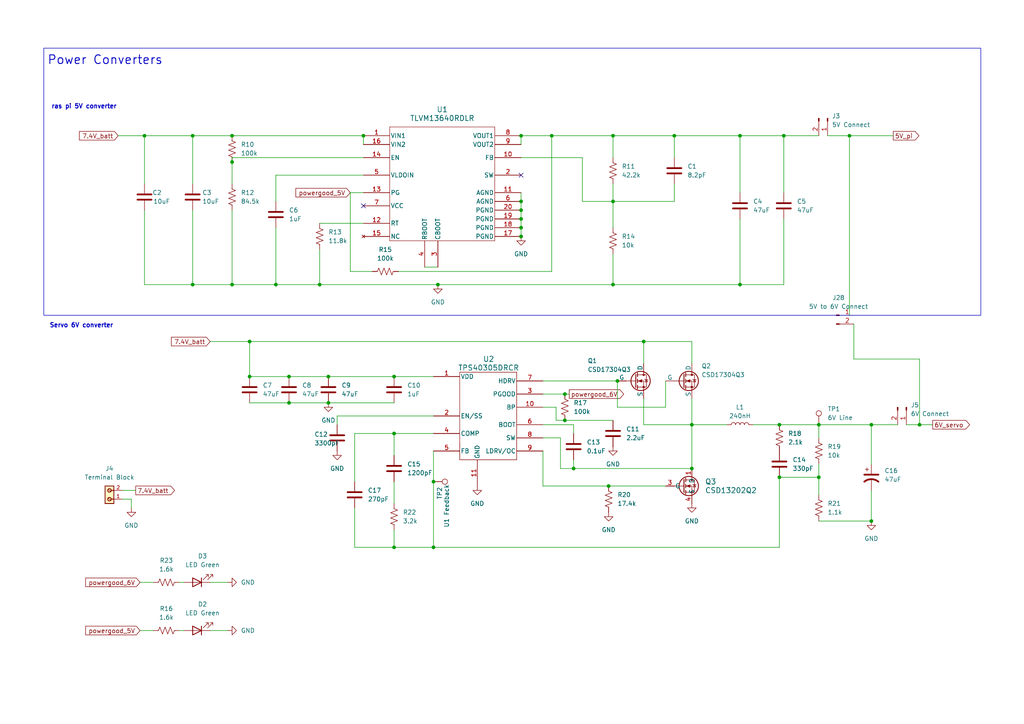
<source format=kicad_sch>
(kicad_sch (version 20231120) (generator "eeschema") (generator_version "8.0")
  (paper "A4")
  (lib_symbols
    (symbol "Alecs_Lib:CSD13202Q2" (pin_names (offset 0.254))
      (property "Reference" "Q3" (at 5.08 1.2701 0))
      (property "Value" "CSD13202Q2" (at 5.08 -1.2699 0))
      (symbol "CSD13202Q2_0_1"
        (polyline (pts (xy -1.016 0) (xy -3.81 0)))
        (polyline (pts (xy -1.016 1.905) (xy -1.016 -1.905)) (stroke (width 0.254)))
        (polyline (pts (xy -0.508 -1.27) (xy -0.508 -2.286)) (stroke (width 0.254)))
        (polyline (pts (xy -0.508 0.508) (xy -0.508 -0.508)) (stroke (width 0.254)))
        (polyline (pts (xy -0.508 2.286) (xy -0.508 1.27)) (stroke (width 0.254)))
        (polyline (pts (xy 1.27 2.54) (xy 1.27 1.778)))
        (polyline (pts (xy 1.27 -2.54) (xy 1.27 0) (xy -0.508 0)))
        (polyline (pts (xy -0.508 -1.778) (xy 2.032 -1.778) (xy 2.032 1.778) (xy -0.508 1.778)))
        (polyline (pts (xy -0.254 0) (xy 0.762 0.381) (xy 0.762 -0.381) (xy -0.254 0)) (fill (type outline)))
        (polyline (pts (xy 1.524 0.508) (xy 1.651 0.381) (xy 2.413 0.381) (xy 2.54 0.254)))
        (polyline (pts (xy 2.032 0.381) (xy 1.651 -0.254) (xy 2.413 -0.254) (xy 2.032 0.381)))
        (circle (center 0.381 0) (radius 2.794) (stroke (width 0.254)))
        (circle (center 1.27 -1.778) (radius 0.254) (fill (type outline)))
        (circle (center 1.27 1.778) (radius 0.254) (fill (type outline)))
      )
      (symbol "CSD13202Q2_1_1"
        (pin passive line (at 1.27 5.08 270) (length 2.54) (name "D") (number "1"))
        (pin passive line (at 1.27 5.08 270) (length 2.54) hide (name "D") (number "2"))
        (pin input line (at -6.35 0 0) (length 2.54) (name "G") (number "3"))
        (pin passive line (at 1.27 -5.08 90) (length 2.54) (name "S") (number "4"))
        (pin passive line (at 1.27 5.08 270) (length 2.54) hide (name "D") (number "5"))
        (pin passive line (at 1.27 5.08 270) (length 2.54) hide (name "D") (number "6"))
        (pin passive line (at 1.27 -5.08 90) (length 2.54) hide (name "S") (number "7"))
        (pin passive line (at 1.27 5.08 270) (length 2.54) hide (name "D") (number "8"))
      )
    )
    (symbol "Alecs_Lib:TLVM13640RDLR" (pin_names (offset 0.254))
      (property "Reference" "U1" (at 22.86 10.16 0))
      (property "Value" "TLVM13640RDLR" (at 22.86 7.62 0))
      (symbol "TLVM13640RDLR_0_1"
        (polyline (pts (xy 7.62 -27.94) (xy 38.1 -27.94)) (stroke (width 0.127)))
        (polyline (pts (xy 7.62 5.08) (xy 7.62 -27.94)) (stroke (width 0.127)))
        (polyline (pts (xy 38.1 -27.94) (xy 38.1 5.08)) (stroke (width 0.127)))
        (polyline (pts (xy 38.1 5.08) (xy 7.62 5.08)) (stroke (width 0.127)))
        (pin input line (at 0 2.54 0) (length 7.62) (name "VIN1") (number "1"))
        (pin unspecified line (at 45.72 -3.81 180) (length 7.62) (name "FB") (number "10"))
        (pin power_out line (at 45.72 -13.97 180) (length 7.62) (name "AGND") (number "11"))
        (pin unspecified line (at 0 -22.86 0) (length 7.62) (name "RT") (number "12"))
        (pin unspecified line (at 0 -13.97 0) (length 7.62) (name "PG") (number "13"))
        (pin unspecified line (at 0 -3.81 0) (length 7.62) (name "EN") (number "14"))
        (pin no_connect line (at 0 -26.67 0) (length 7.62) (name "NC") (number "15"))
        (pin input line (at 0 0 0) (length 7.62) (name "VIN2") (number "16"))
        (pin power_out line (at 45.72 -26.67 180) (length 7.62) (name "PGND") (number "17"))
        (pin power_out line (at 45.72 -24.13 180) (length 7.62) (name "PGND") (number "18"))
        (pin power_out line (at 45.72 -21.59 180) (length 7.62) (name "PGND") (number "19"))
        (pin unspecified line (at 45.72 -8.89 180) (length 7.62) (name "SW") (number "2"))
        (pin power_out line (at 45.72 -19.05 180) (length 7.62) (name "PGND") (number "20"))
        (pin unspecified line (at 21.59 -35.56 90) (length 7.62) (name "CBOOT") (number "3"))
        (pin unspecified line (at 17.78 -35.56 90) (length 7.62) (name "RBOOT") (number "4"))
        (pin unspecified line (at 0 -8.89 0) (length 7.62) (name "VLDOIN") (number "5"))
        (pin power_out line (at 45.72 -16.51 180) (length 7.62) (name "AGND") (number "6"))
        (pin power_in line (at 0 -17.78 0) (length 7.62) (name "VCC") (number "7"))
        (pin output line (at 45.72 2.54 180) (length 7.62) (name "VOUT1") (number "8"))
        (pin output line (at 45.72 0 180) (length 7.62) (name "VOUT2") (number "9"))
      )
    )
    (symbol "Alecs_Lib:TPS40305DRCR" (pin_names (offset 0.254))
      (property "Reference" "U2" (at 8.382 3.81 0))
      (property "Value" "TPS40305DRCR" (at 8.382 1.27 0))
      (symbol "TPS40305DRCR_0_1"
        (polyline (pts (xy 0 0) (xy 0 -20.32)) (stroke (width 0.127)))
        (pin input line (at -7.62 -1.27 0) (length 7.62) (name "VDD") (number "1"))
        (pin output line (at 24.13 -10.16 180) (length 7.62) (name "BP") (number "10"))
        (pin input line (at -7.62 -12.7 0) (length 7.62) (name "EN/SS") (number "2"))
        (pin output line (at 24.13 -6.35 180) (length 7.62) (name "PGOOD") (number "3"))
        (pin output line (at -7.62 -17.78 0) (length 7.62) (name "COMP") (number "4"))
        (pin input line (at -7.62 -22.86 0) (length 7.62) (name "FB") (number "5"))
        (pin input line (at 24.13 -15.24 180) (length 7.62) (name "BOOT") (number "6"))
        (pin output line (at 24.13 -2.54 180) (length 7.62) (name "HDRV") (number "7"))
        (pin output line (at 24.13 -19.05 180) (length 7.62) (name "SW") (number "8"))
        (pin output line (at 24.13 -22.86 180) (length 7.62) (name "LDRV/OC") (number "9"))
      )
      (symbol "TPS40305DRCR_1_1"
        (polyline (pts (xy 0 -20.32) (xy 0 -25.4)))
        (polyline (pts (xy 0 0) (xy 16.51 0) (xy 16.51 -25.4) (xy 3.81 -25.4) (xy 0 -25.4)))
        (pin output line (at 5.08 -33.02 90) (length 7.62) (name "GND") (number "11"))
      )
    )
    (symbol "Alecs_Lib:Terminal" (pin_names (offset 1.016))
      (property "Reference" "J" (at -4.88 -0.922 0))
      (property "Value" "Terminal Block" (at -4.83 -2.58 0))
      (symbol "Terminal_0_0"
        (rectangle (start -3.81 -2.54) (end 1.27 0) (stroke (width 0.254)) (fill (type background)))
        (circle (center -2.54 -1.27) (radius 0.508) (stroke (width 0.254)))
        (circle (center 0 -1.27) (radius 0.508) (stroke (width 0.254)))
        (polyline (pts (xy -2.54 -1.778) (xy -2.54 -2.54)) (stroke (width 0.254)))
        (polyline (pts (xy -2.286 -1.016) (xy -2.794 -1.524)) (stroke (width 0.1524)))
        (polyline (pts (xy 0 -1.778) (xy 0 -2.54)) (stroke (width 0.254)))
        (polyline (pts (xy 0.254 -1.016) (xy -0.254 -1.524)) (stroke (width 0.1524)))
        (pin passive line (at -2.54 -5.08 90) (length 2.54) (name "~") (number "1"))
        (pin passive line (at 0 -5.08 90) (length 2.54) (name "~") (number "2"))
      )
    )
    (symbol "Connector:Conn_01x02_Pin" (pin_names (offset 1.016) hide)
      (property "Reference" "J" (at 0 2.54 0))
      (property "Value" "Conn_01x02_Pin" (at 0 -5.08 0))
      (symbol "Conn_01x02_Pin_1_1"
        (polyline (pts (xy 1.27 -2.54) (xy 0.8636 -2.54)) (stroke (width 0.1524)))
        (polyline (pts (xy 1.27 0) (xy 0.8636 0)) (stroke (width 0.1524)))
        (rectangle (start 0.8636 -2.413) (end 0 -2.667) (stroke (width 0.1524)) (fill (type outline)))
        (rectangle (start 0.8636 0.127) (end 0 -0.127) (stroke (width 0.1524)) (fill (type outline)))
        (pin passive line (at 5.08 0 180) (length 3.81) (name "Pin_1") (number "1"))
        (pin passive line (at 5.08 -2.54 180) (length 3.81) (name "Pin_2") (number "2"))
      )
    )
    (symbol "Connector:TestPoint" (pin_numbers hide) (pin_names (offset 0.762) hide)
      (property "Reference" "TP" (at 0 6.858 0))
      (property "Value" "TestPoint" (at 0 5.08 0))
      (symbol "TestPoint_0_1"
        (circle (center 0 3.302) (radius 0.762))
      )
      (symbol "TestPoint_1_1"
        (pin passive line (at 0 0 90) (length 2.54) (name "1") (number "1"))
      )
    )
    (symbol "Device:C" (pin_numbers hide) (pin_names (offset 0.254))
      (property "Reference" "C" (at 0.635 2.54 0))
      (property "Value" "C" (at 0.635 -2.54 0))
      (symbol "C_0_1"
        (polyline (pts (xy -2.032 -0.762) (xy 2.032 -0.762)) (stroke (width 0.508)))
        (polyline (pts (xy -2.032 0.762) (xy 2.032 0.762)) (stroke (width 0.508)))
      )
      (symbol "C_1_1"
        (pin passive line (at 0 3.81 270) (length 2.794) (name "~") (number "1"))
        (pin passive line (at 0 -3.81 90) (length 2.794) (name "~") (number "2"))
      )
    )
    (symbol "Device:C_Polarized_US" (pin_numbers hide) (pin_names (offset 0.254) hide)
      (property "Reference" "C" (at 0.635 2.54 0))
      (property "Value" "C_Polarized_US" (at 0.635 -2.54 0))
      (symbol "C_Polarized_US_0_1"
        (polyline (pts (xy -2.032 0.762) (xy 2.032 0.762)) (stroke (width 0.508)))
        (polyline (pts (xy -1.778 2.286) (xy -0.762 2.286)))
        (polyline (pts (xy -1.27 1.778) (xy -1.27 2.794)))
        (arc (start 2.032 -1.27) (mid 0 -0.5572) (end -2.032 -1.27) (stroke (width 0.508)))
      )
      (symbol "C_Polarized_US_1_1"
        (pin passive line (at 0 3.81 270) (length 2.794) (name "~") (number "1"))
        (pin passive line (at 0 -3.81 90) (length 3.302) (name "~") (number "2"))
      )
    )
    (symbol "Device:L" (pin_numbers hide) (pin_names (offset 1.016) hide)
      (property "Reference" "L" (at -1.27 0 90))
      (property "Value" "L" (at 1.905 0 90))
      (symbol "L_0_1"
        (arc (start 0 -2.54) (mid 0.6323 -1.905) (end 0 -1.27))
        (arc (start 0 -1.27) (mid 0.6323 -0.635) (end 0 0))
        (arc (start 0 0) (mid 0.6323 0.635) (end 0 1.27))
        (arc (start 0 1.27) (mid 0.6323 1.905) (end 0 2.54))
      )
      (symbol "L_1_1"
        (pin passive line (at 0 3.81 270) (length 1.27) (name "1") (number "1"))
        (pin passive line (at 0 -3.81 90) (length 1.27) (name "2") (number "2"))
      )
    )
    (symbol "Device:LED" (pin_numbers hide) (pin_names (offset 1.016) hide)
      (property "Reference" "D" (at 0 2.54 0))
      (property "Value" "LED" (at 0 -2.54 0))
      (symbol "LED_0_1"
        (polyline (pts (xy -1.27 -1.27) (xy -1.27 1.27)) (stroke (width 0.254)))
        (polyline (pts (xy -1.27 0) (xy 1.27 0)))
        (polyline (pts (xy 1.27 -1.27) (xy 1.27 1.27) (xy -1.27 0) (xy 1.27 -1.27)) (stroke (width 0.254)))
        (polyline (pts (xy -3.048 -0.762) (xy -4.572 -2.286) (xy -3.81 -2.286) (xy -4.572 -2.286) (xy -4.572 -1.524)))
        (polyline (pts (xy -1.778 -0.762) (xy -3.302 -2.286) (xy -2.54 -2.286) (xy -3.302 -2.286) (xy -3.302 -1.524)))
      )
      (symbol "LED_1_1"
        (pin passive line (at -3.81 0 0) (length 2.54) (name "K") (number "1"))
        (pin passive line (at 3.81 0 180) (length 2.54) (name "A") (number "2"))
      )
    )
    (symbol "Device:R_US" (pin_numbers hide) (pin_names (offset 0))
      (property "Reference" "R" (at 2.54 0 90))
      (property "Value" "R_US" (at -2.54 0 90))
      (symbol "R_US_0_1"
        (polyline (pts (xy 0 -2.286) (xy 0 -2.54)))
        (polyline (pts (xy 0 2.286) (xy 0 2.54)))
        (polyline (pts (xy 0 -0.762) (xy 1.016 -1.143) (xy 0 -1.524) (xy -1.016 -1.905) (xy 0 -2.286)))
        (polyline (pts (xy 0 0.762) (xy 1.016 0.381) (xy 0 0) (xy -1.016 -0.381) (xy 0 -0.762)))
        (polyline (pts (xy 0 2.286) (xy 1.016 1.905) (xy 0 1.524) (xy -1.016 1.143) (xy 0 0.762)))
      )
      (symbol "R_US_1_1"
        (pin passive line (at 0 3.81 270) (length 1.27) (name "~") (number "1"))
        (pin passive line (at 0 -3.81 90) (length 1.27) (name "~") (number "2"))
      )
    )
    (symbol "NMOS_1" (pin_numbers hide) (pin_names (offset 0))
      (property "Reference" "Q1" (at -18.542 14.732 0))
      (property "Value" "CSD17304Q3" (at -18.542 12.192 0))
      (symbol "NMOS_1_0_1"
        (polyline (pts (xy 0.254 0) (xy -2.54 0)))
        (polyline (pts (xy 0.254 1.905) (xy 0.254 -1.905)) (stroke (width 0.254)))
        (polyline (pts (xy 0.762 -1.27) (xy 0.762 -2.286)) (stroke (width 0.254)))
        (polyline (pts (xy 0.762 0.508) (xy 0.762 -0.508)) (stroke (width 0.254)))
        (polyline (pts (xy 0.762 2.286) (xy 0.762 1.27)) (stroke (width 0.254)))
        (polyline (pts (xy 2.54 2.54) (xy 2.54 1.778)))
        (polyline (pts (xy 2.54 -2.54) (xy 2.54 0) (xy 0.762 0)))
        (polyline (pts (xy 0.762 -1.778) (xy 3.302 -1.778) (xy 3.302 1.778) (xy 0.762 1.778)))
        (polyline (pts (xy 1.016 0) (xy 2.032 0.381) (xy 2.032 -0.381) (xy 1.016 0)) (fill (type outline)))
        (polyline (pts (xy 2.794 0.508) (xy 2.921 0.381) (xy 3.683 0.381) (xy 3.81 0.254)))
        (polyline (pts (xy 3.302 0.381) (xy 2.921 -0.254) (xy 3.683 -0.254) (xy 3.302 0.381)))
        (circle (center 1.651 0) (radius 2.794) (stroke (width 0.254)))
        (circle (center 2.54 -1.778) (radius 0.254) (fill (type outline)))
        (circle (center 2.54 1.778) (radius 0.254) (fill (type outline)))
      )
      (symbol "NMOS_1_1_1"
        (pin passive line (at 2.54 -5.08 90) (length 2.54) (name "S") (number "1"))
        (pin passive line (at 2.54 -5.08 90) (length 2.54) hide (name "S") (number "2"))
        (pin passive line (at 2.54 -5.08 90) (length 2.54) hide (name "S") (number "3"))
        (pin input line (at -5.08 0 0) (length 2.54) (name "G") (number "4"))
        (pin passive line (at 2.54 5.08 270) (length 2.54) (name "D") (number "5"))
        (pin passive line (at 2.54 5.08 270) (length 2.54) hide (name "D") (number "6"))
        (pin passive line (at 2.54 5.08 270) (length 2.54) hide (name "D") (number "7"))
        (pin passive line (at 2.54 5.08 270) (length 2.54) hide (name "D") (number "8"))
        (pin passive line (at 2.54 5.08 270) (length 2.54) hide (name "D") (number "9"))
      )
    )
    (symbol "power:GND" (power) (pin_numbers hide) (pin_names (offset 0) hide)
      (property "Value" "GND" (at 0 -3.81 0))
      (symbol "GND_0_1"
        (polyline (pts (xy 0 0) (xy 0 -1.27) (xy 1.27 -1.27) (xy 0 -2.54) (xy -1.27 -1.27) (xy 0 -1.27)))
      )
      (symbol "GND_1_1"
        (pin power_in line (at 0 0 270) (length 0) (name "~") (number "1"))
      )
    )
  )
  (junction (at 151.13 60.96))
  (junction (at 151.13 63.5))
  (junction (at 226.06 138.43))
  (junction (at 246.38 39.37))
  (junction (at 226.06 123.19))
  (junction (at 151.13 66.04))
  (junction (at 67.31 46.99))
  (junction (at 166.37 135.89))
  (junction (at 214.63 39.37))
  (junction (at 72.39 109.22))
  (junction (at 125.73 139.7))
  (junction (at 163.83 114.3))
  (junction (at 266.7 123.19))
  (junction (at 177.8 82.55))
  (junction (at 114.3 109.22))
  (junction (at 237.49 123.19))
  (junction (at 114.3 158.75))
  (junction (at 41.91 39.37))
  (junction (at 67.31 39.37))
  (junction (at 55.88 39.37))
  (junction (at 252.73 123.19))
  (junction (at 195.58 39.37))
  (junction (at 92.71 82.55))
  (junction (at 72.39 99.06))
  (junction (at 114.3 125.73))
  (junction (at 83.82 109.22))
  (junction (at 200.66 123.19))
  (junction (at 125.73 158.75))
  (junction (at 186.69 99.06))
  (junction (at 160.02 39.37))
  (junction (at 95.25 116.84))
  (junction (at 151.13 58.42))
  (junction (at 67.31 82.55))
  (junction (at 80.01 82.55))
  (junction (at 127 82.55))
  (junction (at 177.8 58.42))
  (junction (at 200.66 135.89))
  (junction (at 95.25 109.22))
  (junction (at 179.07 110.49))
  (junction (at 214.63 82.55))
  (junction (at 176.53 140.97))
  (junction (at 163.83 121.92))
  (junction (at 237.49 138.43))
  (junction (at 55.88 82.55))
  (junction (at 151.13 68.58))
  (junction (at 252.73 151.13))
  (junction (at 177.8 39.37))
  (junction (at 105.41 39.37))
  (junction (at 227.33 39.37))
  (junction (at 83.82 116.84))
  (junction (at 151.13 39.37))
  (no_connect (at 151.13 50.8))
  (no_connect (at 105.41 59.69))
  (wire (pts (xy 168.91 58.42) (xy 177.8 58.42)))
  (wire (pts (xy 41.91 82.55) (xy 55.88 82.55)))
  (wire (pts (xy 177.8 39.37) (xy 195.58 39.37)))
  (wire (pts (xy 72.39 99.06) (xy 186.69 99.06)))
  (wire (pts (xy 262.89 123.19) (xy 266.7 123.19)))
  (wire (pts (xy 193.04 118.11) (xy 193.04 110.49)))
  (wire (pts (xy 226.06 138.43) (xy 226.06 158.75)))
  (wire (pts (xy 246.38 91.44) (xy 247.65 91.44)))
  (wire (pts (xy 114.3 125.73) (xy 125.73 125.73)))
  (wire (pts (xy 186.69 123.19) (xy 200.66 123.19)))
  (wire (pts (xy 67.31 39.37) (xy 105.41 39.37)))
  (wire (pts (xy 166.37 123.19) (xy 166.37 125.73)))
  (wire (pts (xy 151.13 58.42) (xy 151.13 60.96)))
  (wire (pts (xy 38.1 147.32) (xy 38.1 144.78)))
  (wire (pts (xy 157.48 127) (xy 162.56 127)))
  (wire (pts (xy 72.39 99.06) (xy 72.39 109.22)))
  (wire (pts (xy 200.66 123.19) (xy 210.82 123.19)))
  (wire (pts (xy 214.63 39.37) (xy 227.33 39.37)))
  (wire (pts (xy 67.31 60.96) (xy 67.31 82.55)))
  (wire (pts (xy 177.8 82.55) (xy 177.8 73.66)))
  (wire (pts (xy 177.8 58.42) (xy 195.58 58.42)))
  (wire (pts (xy 237.49 138.43) (xy 237.49 134.62)))
  (wire (pts (xy 60.96 182.88) (xy 66.04 182.88)))
  (wire (pts (xy 80.01 82.55) (xy 92.71 82.55)))
  (wire (pts (xy 161.29 118.11) (xy 161.29 121.92)))
  (wire (pts (xy 105.41 39.37) (xy 105.41 41.91)))
  (wire (pts (xy 41.91 39.37) (xy 55.88 39.37)))
  (wire (pts (xy 161.29 121.92) (xy 163.83 121.92)))
  (wire (pts (xy 123.19 77.47) (xy 127 77.47)))
  (wire (pts (xy 97.79 123.19) (xy 97.79 120.65)))
  (wire (pts (xy 179.07 110.49) (xy 179.07 118.11)))
  (wire (pts (xy 162.56 135.89) (xy 166.37 135.89)))
  (wire (pts (xy 67.31 45.72) (xy 67.31 46.99)))
  (wire (pts (xy 200.66 123.19) (xy 200.66 135.89)))
  (wire (pts (xy 105.41 55.88) (xy 101.6 55.88)))
  (wire (pts (xy 95.25 109.22) (xy 83.82 109.22)))
  (wire (pts (xy 114.3 109.22) (xy 125.73 109.22)))
  (wire (pts (xy 80.01 50.8) (xy 80.01 58.42)))
  (wire (pts (xy 186.69 99.06) (xy 200.66 99.06)))
  (wire (pts (xy 157.48 114.3) (xy 163.83 114.3)))
  (wire (pts (xy 114.3 139.7) (xy 114.3 146.05)))
  (wire (pts (xy 227.33 39.37) (xy 237.49 39.37)))
  (wire (pts (xy 266.7 104.14) (xy 266.7 123.19)))
  (wire (pts (xy 151.13 66.04) (xy 151.13 68.58)))
  (wire (pts (xy 246.38 39.37) (xy 259.08 39.37)))
  (wire (pts (xy 160.02 39.37) (xy 151.13 39.37)))
  (wire (pts (xy 67.31 82.55) (xy 55.88 82.55)))
  (wire (pts (xy 200.66 123.19) (xy 200.66 115.57)))
  (wire (pts (xy 227.33 82.55) (xy 214.63 82.55)))
  (wire (pts (xy 177.8 58.42) (xy 177.8 53.34)))
  (wire (pts (xy 157.48 140.97) (xy 176.53 140.97)))
  (wire (pts (xy 52.07 168.91) (xy 53.34 168.91)))
  (wire (pts (xy 237.49 138.43) (xy 237.49 143.51)))
  (wire (pts (xy 102.87 158.75) (xy 114.3 158.75)))
  (wire (pts (xy 166.37 135.89) (xy 200.66 135.89)))
  (wire (pts (xy 266.7 123.19) (xy 270.51 123.19)))
  (wire (pts (xy 177.8 82.55) (xy 214.63 82.55)))
  (wire (pts (xy 237.49 123.19) (xy 237.49 127)))
  (wire (pts (xy 157.48 118.11) (xy 161.29 118.11)))
  (wire (pts (xy 67.31 45.72) (xy 105.41 45.72)))
  (wire (pts (xy 55.88 39.37) (xy 67.31 39.37)))
  (wire (pts (xy 125.73 158.75) (xy 125.73 139.7)))
  (wire (pts (xy 177.8 66.04) (xy 177.8 58.42)))
  (wire (pts (xy 151.13 55.88) (xy 151.13 58.42)))
  (wire (pts (xy 226.06 158.75) (xy 125.73 158.75)))
  (wire (pts (xy 101.6 78.74) (xy 107.95 78.74)))
  (wire (pts (xy 83.82 116.84) (xy 95.25 116.84)))
  (wire (pts (xy 195.58 39.37) (xy 195.58 45.72)))
  (wire (pts (xy 67.31 53.34) (xy 67.31 46.99)))
  (wire (pts (xy 168.91 45.72) (xy 168.91 58.42)))
  (wire (pts (xy 72.39 116.84) (xy 83.82 116.84)))
  (wire (pts (xy 252.73 123.19) (xy 260.35 123.19)))
  (wire (pts (xy 105.41 50.8) (xy 80.01 50.8)))
  (wire (pts (xy 176.53 140.97) (xy 193.04 140.97)))
  (wire (pts (xy 226.06 138.43) (xy 237.49 138.43)))
  (wire (pts (xy 246.38 39.37) (xy 246.38 91.44)))
  (wire (pts (xy 67.31 82.55) (xy 80.01 82.55)))
  (wire (pts (xy 214.63 39.37) (xy 214.63 55.88)))
  (wire (pts (xy 92.71 82.55) (xy 127 82.55)))
  (wire (pts (xy 186.69 115.57) (xy 186.69 123.19)))
  (wire (pts (xy 127 82.55) (xy 177.8 82.55)))
  (wire (pts (xy 237.49 123.19) (xy 252.73 123.19)))
  (wire (pts (xy 92.71 64.77) (xy 105.41 64.77)))
  (wire (pts (xy 151.13 63.5) (xy 151.13 66.04)))
  (wire (pts (xy 52.07 182.88) (xy 53.34 182.88)))
  (wire (pts (xy 252.73 134.62) (xy 252.73 123.19)))
  (wire (pts (xy 102.87 125.73) (xy 114.3 125.73)))
  (wire (pts (xy 227.33 63.5) (xy 227.33 82.55)))
  (wire (pts (xy 163.83 114.3) (xy 165.1 114.3)))
  (wire (pts (xy 41.91 82.55) (xy 41.91 60.96)))
  (wire (pts (xy 157.48 130.81) (xy 157.48 140.97)))
  (wire (pts (xy 125.73 158.75) (xy 114.3 158.75)))
  (wire (pts (xy 252.73 151.13) (xy 252.73 142.24)))
  (wire (pts (xy 114.3 158.75) (xy 114.3 153.67)))
  (wire (pts (xy 247.65 93.98) (xy 247.65 104.14)))
  (wire (pts (xy 60.96 99.06) (xy 72.39 99.06)))
  (wire (pts (xy 151.13 45.72) (xy 168.91 45.72)))
  (wire (pts (xy 40.64 182.88) (xy 44.45 182.88)))
  (wire (pts (xy 151.13 60.96) (xy 151.13 63.5)))
  (wire (pts (xy 160.02 78.74) (xy 160.02 39.37)))
  (wire (pts (xy 40.64 168.91) (xy 44.45 168.91)))
  (wire (pts (xy 92.71 72.39) (xy 92.71 82.55)))
  (wire (pts (xy 72.39 109.22) (xy 83.82 109.22)))
  (wire (pts (xy 41.91 53.34) (xy 41.91 39.37)))
  (wire (pts (xy 102.87 158.75) (xy 102.87 147.32)))
  (wire (pts (xy 195.58 58.42) (xy 195.58 53.34)))
  (wire (pts (xy 157.48 110.49) (xy 179.07 110.49)))
  (wire (pts (xy 179.07 118.11) (xy 193.04 118.11)))
  (wire (pts (xy 95.25 116.84) (xy 114.3 116.84)))
  (wire (pts (xy 237.49 151.13) (xy 252.73 151.13)))
  (wire (pts (xy 218.44 123.19) (xy 226.06 123.19)))
  (wire (pts (xy 95.25 109.22) (xy 114.3 109.22)))
  (wire (pts (xy 227.33 39.37) (xy 227.33 55.88)))
  (wire (pts (xy 160.02 39.37) (xy 177.8 39.37)))
  (wire (pts (xy 102.87 139.7) (xy 102.87 125.73)))
  (wire (pts (xy 200.66 99.06) (xy 200.66 105.41)))
  (wire (pts (xy 38.1 144.78) (xy 35.56 144.78)))
  (wire (pts (xy 163.83 121.92) (xy 177.8 121.92)))
  (wire (pts (xy 97.79 120.65) (xy 125.73 120.65)))
  (wire (pts (xy 34.29 39.37) (xy 41.91 39.37)))
  (wire (pts (xy 166.37 133.35) (xy 166.37 135.89)))
  (wire (pts (xy 35.56 142.24) (xy 39.37 142.24)))
  (wire (pts (xy 80.01 66.04) (xy 80.01 82.55)))
  (wire (pts (xy 101.6 55.88) (xy 101.6 78.74)))
  (wire (pts (xy 114.3 132.08) (xy 114.3 125.73)))
  (wire (pts (xy 162.56 127) (xy 162.56 135.89)))
  (wire (pts (xy 195.58 39.37) (xy 214.63 39.37)))
  (wire (pts (xy 55.88 53.34) (xy 55.88 39.37)))
  (wire (pts (xy 247.65 104.14) (xy 266.7 104.14)))
  (wire (pts (xy 226.06 123.19) (xy 237.49 123.19)))
  (wire (pts (xy 186.69 99.06) (xy 186.69 105.41)))
  (wire (pts (xy 240.03 39.37) (xy 246.38 39.37)))
  (wire (pts (xy 125.73 139.7) (xy 125.73 130.81)))
  (wire (pts (xy 151.13 39.37) (xy 151.13 41.91)))
  (wire (pts (xy 55.88 82.55) (xy 55.88 60.96)))
  (wire (pts (xy 115.57 78.74) (xy 160.02 78.74)))
  (wire (pts (xy 60.96 168.91) (xy 66.04 168.91)))
  (wire (pts (xy 214.63 82.55) (xy 214.63 63.5)))
  (wire (pts (xy 177.8 39.37) (xy 177.8 45.72)))
  (wire (pts (xy 157.48 123.19) (xy 166.37 123.19)))
  (rectangle (start 12.7 13.97) (end 284.48 91.44))
  (text "Power Converters" (at 30.48 17.526 0) (effects (font (size 2.54 2.54) (thickness 0.254) (bold yes))))
  (text "ras pi 5V converter" (at 24.384 30.988 0) (effects (font (size 1.27 1.27) (thickness 0.254) (bold yes))))
  (text "Servo 6V converter" (at 23.622 94.488 0) (effects (font (size 1.27 1.27) (thickness 0.254) (bold yes))))
  (global_label "7.4V_batt" (shape input) (at 60.96 99.06 180) (property "Intersheetrefs" "${INTERSHEET_REFS}" (effects (hide yes))))
  (global_label "powergood_5V" (shape input) (at 40.64 182.88 180) (property "Intersheetrefs" "${INTERSHEET_REFS}" (effects (hide yes))))
  (global_label "powergood_6V" (shape output) (at 165.1 114.3 0) (property "Intersheetrefs" "${INTERSHEET_REFS}" (effects (hide yes))))
  (global_label "powergood_6V" (shape input) (at 40.64 168.91 180) (property "Intersheetrefs" "${INTERSHEET_REFS}" (effects (hide yes))))
  (global_label "7.4V_batt" (shape output) (at 39.37 142.24 0) (property "Intersheetrefs" "${INTERSHEET_REFS}" (effects (hide yes))))
  (global_label "powergood_5V" (shape input) (at 101.6 55.88 180) (property "Intersheetrefs" "${INTERSHEET_REFS}" (effects (hide yes))))
  (global_label "7.4V_batt" (shape input) (at 34.29 39.37 180) (property "Intersheetrefs" "${INTERSHEET_REFS}" (effects (hide yes))))
  (global_label "6V_servo" (shape output) (at 270.51 123.19 0) (property "Intersheetrefs" "${INTERSHEET_REFS}" (effects (hide yes))))
  (global_label "5V_pi" (shape output) (at 259.08 39.37 0) (property "Intersheetrefs" "${INTERSHEET_REFS}" (effects (hide yes))))
  (symbol (lib_name "NMOS_1") (lib_id "Simulation_SPICE:NMOS") (at 184.15 110.49 0) (unit 1)
    (property "Reference" "Q1" (at 170.434 104.648 0) (effects (justify left)))
    (property "Value" "CSD17304Q3" (at 170.434 107.188 0) (effects (justify left)))
    (property "Footprint" "Spiderbot:8VSON" (effects (hide yes)))
    (property "Datasheet" "https://www.ti.com/general/docs/suppproductinfo.tsp?distId=10&gotoUrl=https%3A%2F%2Fwww.ti.com%2Flit%2Fgpn%2Fcsd17304q3" (effects (hide yes)))
    (property "Description" "N-MOSFET transistor, drain/source/gate" (effects (hide yes)))
    (property "Sim.Device" "NMOS" (effects (hide yes)))
    (property "Sim.Type" "VDMOS" (effects (hide yes)))
    (property "Sim.Pins" "1=D 2=G 3=S" (effects (hide yes)))
    (property "PART-NUMBER" "CSD17304Q3" (effects (hide yes)))
  )
  (symbol (lib_id "Device:R_US") (at 177.8 49.53 0) (unit 1)
    (property "Reference" "R11" (at 180.34 48.2599 0) (effects (justify left)))
    (property "Value" "42.2k" (at 180.34 50.7999 0) (effects (justify left)))
    (property "Footprint" "Resistor_SMD:R_0603_1608Metric_Pad0.98x0.95mm_HandSolder" (effects (hide yes)))
    (property "Description" "Resistor, US symbol" (effects (hide yes)))
    (property "PART-NUMBER" "CRCW060342K2FKEA" (effects (hide yes)))
  )
  (symbol (lib_id "Device:R_US") (at 48.26 182.88 90) (unit 1)
    (property "Reference" "R16" (at 48.26 176.53 90))
    (property "Value" "1.6k" (at 48.26 179.07 90))
    (property "Footprint" "Resistor_SMD:R_0603_1608Metric_Pad0.98x0.95mm_HandSolder" (effects (hide yes)))
    (property "Description" "Resistor, US symbol" (effects (hide yes)))
    (property "PART-NUMBER" "541-5237-1-ND" (effects (hide yes)))
  )
  (symbol (lib_id "power:GND") (at 66.04 168.91 90) (unit 1)
    (property "Reference" "#PWR023" (effects (hide yes)))
    (property "Value" "GND" (at 69.85 168.9099 90) (effects (justify right)))
    (property "Description" "Power symbol creates a global label with name \"GND\" , ground" (effects (hide yes)))
  )
  (symbol (lib_id "Connector:Conn_01x02_Pin") (at 262.89 118.11 270) (unit 1)
    (property "Reference" "J5" (at 264.16 117.4749 90) (effects (justify left)))
    (property "Value" "6V Connect" (at 264.16 120.0149 90) (effects (justify left)))
    (property "Footprint" "Connector_PinSocket_2.54mm:PinSocket_1x02_P2.54mm_Vertical" (effects (hide yes)))
    (property "Description" "Generic connector, single row, 01x02, script generated" (effects (hide yes)))
    (property "PART-NUMBER" "M20-9990245" (effects (hide yes)))
  )
  (symbol (lib_id "Connector:Conn_01x02_Pin") (at 242.57 91.44 0) (unit 1)
    (property "Reference" "J28" (at 243.205 86.36 0))
    (property "Value" "5V to 6V Connect" (at 243.205 88.9 0))
    (property "Footprint" "Connector_PinSocket_2.54mm:PinSocket_1x02_P2.54mm_Vertical" (effects (hide yes)))
    (property "Description" "Generic connector, single row, 01x02, script generated" (effects (hide yes)))
    (property "PART-NUMBER" "M20-9990245" (effects (hide yes)))
  )
  (symbol (lib_id "Alecs_Lib:TLVM13640RDLR") (at 105.41 41.91 0) (unit 1)
    (property "Reference" "U1" (at 128.27 31.75 0) (effects (font (size 1.524 1.524))))
    (property "Value" "TLVM13640RDLR" (at 128.27 34.29 0) (effects (font (size 1.524 1.524))))
    (property "Footprint" "Spiderbot:B3QFN20_RDL_TEX" (effects (hide yes)))
    (property "Datasheet" "https://www.ti.com/lit/ds/symlink/tlvm13640.pdf?ts=1694766975067" (effects (hide yes)))
    (property "PART-NUMBER" "TLVM13640RDLR" (effects (hide yes)))
  )
  (symbol (lib_id "Device:L") (at 214.63 123.19 90) (unit 1)
    (property "Reference" "L1" (at 214.63 118.11 90))
    (property "Value" "240nH" (at 214.63 120.65 90))
    (property "Footprint" "Spiderbot:IND_IHLP-4040DZ_VIS" (effects (hide yes)))
    (property "Description" "Inductor" (effects (hide yes)))
    (property "PART-NUMBER" "IHLP4040DZERR24M11" (effects (hide yes)))
  )
  (symbol (lib_id "Device:R_US") (at 177.8 69.85 0) (unit 1)
    (property "Reference" "R14" (at 180.34 68.5799 0) (effects (justify left)))
    (property "Value" "10k" (at 180.34 71.1199 0) (effects (justify left)))
    (property "Footprint" "Resistor_SMD:R_0603_1608Metric_Pad0.98x0.95mm_HandSolder" (effects (hide yes)))
    (property "Description" "Resistor, US symbol" (effects (hide yes)))
    (property "PART-NUMBER" "CPF0603F10KC1" (effects (hide yes)))
  )
  (symbol (lib_id "Device:C") (at 72.39 113.03 0) (unit 1)
    (property "Reference" "C7" (at 76.2 111.7599 0) (effects (justify left)))
    (property "Value" "47uF" (at 76.2 114.2999 0) (effects (justify left)))
    (property "Footprint" "Capacitor_SMD:C_1210_3225Metric_Pad1.33x2.70mm_HandSolder" (effects (hide yes)))
    (property "Description" "Unpolarized capacitor" (effects (hide yes)))
    (property "PART-NUMBER" "GRM32ER61C476KE15L" (effects (hide yes)))
  )
  (symbol (lib_id "Device:R_US") (at 48.26 168.91 90) (unit 1)
    (property "Reference" "R23" (at 48.26 162.56 90))
    (property "Value" "1.6k" (at 48.26 165.1 90))
    (property "Footprint" "Resistor_SMD:R_0603_1608Metric_Pad0.98x0.95mm_HandSolder" (effects (hide yes)))
    (property "Description" "Resistor, US symbol" (effects (hide yes)))
    (property "PART-NUMBER" "541-5237-1-ND" (effects (hide yes)))
  )
  (symbol (lib_id "Device:R_US") (at 163.83 118.11 0) (unit 1)
    (property "Reference" "R17" (at 166.37 116.8399 0) (effects (justify left)))
    (property "Value" "100k" (at 166.37 119.3799 0) (effects (justify left)))
    (property "Footprint" "Resistor_SMD:R_0603_1608Metric_Pad0.98x0.95mm_HandSolder" (effects (hide yes)))
    (property "Description" "Resistor, US symbol" (effects (hide yes)))
    (property "PART-NUMBER" "CPF0603F100KC1" (effects (hide yes)))
  )
  (symbol (lib_id "power:GND") (at 66.04 182.88 90) (unit 1)
    (property "Reference" "#PWR063" (effects (hide yes)))
    (property "Value" "GND" (at 69.85 182.8799 90) (effects (justify right)))
    (property "Description" "Power symbol creates a global label with name \"GND\" , ground" (effects (hide yes)))
  )
  (symbol (lib_id "Alecs_Lib:CSD13202Q2") (at 199.39 140.97 0) (unit 1)
    (property "Reference" "Q3" (at 204.47 139.6999 0) (effects (font (size 1.524 1.524)) (justify left)))
    (property "Value" "CSD13202Q2" (at 204.47 142.2399 0) (effects (font (size 1.524 1.524)) (justify left)))
    (property "Footprint" "Spiderbot:Q2_SON6_TEX" (effects (hide yes)))
    (property "Datasheet" "https://www.ti.com/lit/ds/symlink/csd13202q2.pdf?HQS=dis-dk-null-digikeymode-dsf-pf-null-wwe&ts=1732337581853&ref_url=https%253A%252F%252Fwww.ti.com%252Fgeneral%252Fdocs%252Fsuppproductinfo.tsp%253FdistId%253D10%2526gotoUrl%253Dhttps%253A%252F%252Fwww.ti.com%252Flit%252Fgpn%252Fcsd13202q2" (effects (hide yes)))
    (property "PART-NUMBER" "CSD13202Q2" (effects (hide yes)))
  )
  (symbol (lib_id "Device:C") (at 95.25 113.03 0) (unit 1)
    (property "Reference" "C9" (at 99.06 111.7599 0) (effects (justify left)))
    (property "Value" "47uF" (at 99.06 114.2999 0) (effects (justify left)))
    (property "Footprint" "Capacitor_SMD:C_1210_3225Metric_Pad1.33x2.70mm_HandSolder" (effects (hide yes)))
    (property "Description" "Unpolarized capacitor" (effects (hide yes)))
    (property "PART-NUMBER" "GRM32ER61C476KE15L" (effects (hide yes)))
  )
  (symbol (lib_id "Device:C_Polarized_US") (at 252.73 138.43 0) (unit 1)
    (property "Reference" "C16" (at 256.54 136.5249 0) (effects (justify left)))
    (property "Value" "47uF" (at 256.54 139.0649 0) (effects (justify left)))
    (property "Footprint" "Spiderbot:PCAP_TPE_B2_PAN_1411" (effects (hide yes)))
    (property "Description" "Polarized capacitor, US symbol" (effects (hide yes)))
    (property "PART-NUMBER" "10TPE47MAZB" (effects (hide yes)))
  )
  (symbol (lib_id "Device:R_US") (at 67.31 43.18 0) (unit 1)
    (property "Reference" "R10" (at 69.85 41.9099 0) (effects (justify left)))
    (property "Value" "100k" (at 69.85 44.4499 0) (effects (justify left)))
    (property "Footprint" "Resistor_SMD:R_0603_1608Metric_Pad0.98x0.95mm_HandSolder" (effects (hide yes)))
    (property "Description" "Resistor, US symbol" (effects (hide yes)))
    (property "PART-NUMBER" "CPF0603F100KC1" (effects (hide yes)))
  )
  (symbol (lib_name "NMOS_1") (lib_id "Simulation_SPICE:NMOS") (at 198.12 110.49 0) (unit 1)
    (property "Reference" "Q2" (at 203.454 106.172 0) (effects (justify left)))
    (property "Value" "CSD17304Q3" (at 203.454 108.712 0) (effects (justify left)))
    (property "Footprint" "Spiderbot:8VSON" (effects (hide yes)))
    (property "Datasheet" "https://www.ti.com/general/docs/suppproductinfo.tsp?distId=10&gotoUrl=https%3A%2F%2Fwww.ti.com%2Flit%2Fgpn%2Fcsd17304q3" (effects (hide yes)))
    (property "Description" "N-MOSFET transistor, drain/source/gate" (effects (hide yes)))
    (property "Sim.Device" "NMOS" (effects (hide yes)))
    (property "Sim.Type" "VDMOS" (effects (hide yes)))
    (property "Sim.Pins" "1=D 2=G 3=S" (effects (hide yes)))
    (property "PART-NUMBER" "CSD17304Q3" (effects (hide yes)))
  )
  (symbol (lib_id "Device:C") (at 226.06 134.62 0) (unit 1)
    (property "Reference" "C14" (at 229.87 133.3499 0) (effects (justify left)))
    (property "Value" "330pF" (at 229.87 135.8899 0) (effects (justify left)))
    (property "Footprint" "Capacitor_SMD:C_0603_1608Metric_Pad1.08x0.95mm_HandSolder" (effects (hide yes)))
    (property "Description" "Unpolarized capacitor" (effects (hide yes)))
    (property "PART-NUMBER" "CC0603KRX7R9BB331" (effects (hide yes)))
  )
  (symbol (lib_id "Device:R_US") (at 176.53 144.78 0) (unit 1)
    (property "Reference" "R20" (at 179.07 143.5099 0) (effects (justify left)))
    (property "Value" "17.4k" (at 179.07 146.0499 0) (effects (justify left)))
    (property "Footprint" "Resistor_SMD:R_0402_1005Metric_Pad0.72x0.64mm_HandSolder" (effects (hide yes)))
    (property "Description" "Resistor, US symbol" (effects (hide yes)))
    (property "PART-NUMBER" "CRCW040217K4FKED" (effects (hide yes)))
  )
  (symbol (lib_id "power:GND") (at 127 82.55 0) (unit 1)
    (property "Reference" "#PWR014" (effects (hide yes)))
    (property "Value" "GND" (at 127 87.63 0))
    (property "Description" "Power symbol creates a global label with name \"GND\" , ground" (effects (hide yes)))
  )
  (symbol (lib_id "Device:C") (at 80.01 62.23 0) (unit 1)
    (property "Reference" "C6" (at 83.82 60.9599 0) (effects (justify left)))
    (property "Value" "1uF" (at 83.82 63.4999 0) (effects (justify left)))
    (property "Footprint" "Capacitor_SMD:C_0603_1608Metric_Pad1.08x0.95mm_HandSolder" (effects (hide yes)))
    (property "Description" "Unpolarized capacitor" (effects (hide yes)))
    (property "PART-NUMBER" "GRM188R60J105KA01D" (effects (hide yes)))
  )
  (symbol (lib_id "Device:C") (at 227.33 59.69 0) (unit 1)
    (property "Reference" "C5" (at 231.14 58.4199 0) (effects (justify left)))
    (property "Value" "47uF" (at 231.14 60.9599 0) (effects (justify left)))
    (property "Footprint" "Capacitor_SMD:C_1210_3225Metric_Pad1.33x2.70mm_HandSolder" (effects (hide yes)))
    (property "Description" "Unpolarized capacitor" (effects (hide yes)))
    (property "PART-NUMBER" "GRM32ER61C476KE15L" (effects (hide yes)))
  )
  (symbol (lib_id "Device:LED") (at 57.15 182.88 180) (unit 1)
    (property "Reference" "D2" (at 58.7375 175.26 0))
    (property "Value" "LED Green" (at 58.7375 177.8 0))
    (property "Footprint" "LED_SMD:LED_0603_1608Metric_Pad1.05x0.95mm_HandSolder" (effects (hide yes)))
    (property "Description" "Light emitting diode" (effects (hide yes)))
    (property "Link" "https://www.digikey.com/en/products/detail/sunled/XZCM2CRK53WA-8VF/10449772" (effects (hide yes)))
    (property "PART-NUMBER" "1497-XZCDGK53W-8VFCT-ND" (effects (hide yes)))
  )
  (symbol (lib_id "Device:LED") (at 57.15 168.91 180) (unit 1)
    (property "Reference" "D3" (at 58.7375 161.29 0))
    (property "Value" "LED Green" (at 58.7375 163.83 0))
    (property "Footprint" "LED_SMD:LED_0603_1608Metric_Pad1.05x0.95mm_HandSolder" (effects (hide yes)))
    (property "Description" "Light emitting diode" (effects (hide yes)))
    (property "Link" "https://www.digikey.com/en/products/detail/sunled/XZCM2CRK53WA-8VF/10449772" (effects (hide yes)))
    (property "PART-NUMBER" "1497-XZCDGK53W-8VFCT-ND" (effects (hide yes)))
  )
  (symbol (lib_id "power:GND") (at 177.8 129.54 0) (unit 1)
    (property "Reference" "#PWR017" (effects (hide yes)))
    (property "Value" "GND" (at 177.8 134.62 0))
    (property "Description" "Power symbol creates a global label with name \"GND\" , ground" (effects (hide yes)))
  )
  (symbol (lib_id "Device:R_US") (at 226.06 127 0) (unit 1)
    (property "Reference" "R18" (at 228.6 125.7299 0) (effects (justify left)))
    (property "Value" "2.1k" (at 228.6 128.2699 0) (effects (justify left)))
    (property "Footprint" "Resistor_SMD:R_0603_1608Metric_Pad0.98x0.95mm_HandSolder" (effects (hide yes)))
    (property "Description" "Resistor, US symbol" (effects (hide yes)))
    (property "PART-NUMBER" "RMCF0603FT2K10" (effects (hide yes)))
  )
  (symbol (lib_id "Device:C") (at 41.91 57.15 0) (unit 1)
    (property "Reference" "C2" (at 44.196 55.88 0) (effects (justify left)))
    (property "Value" "10uF" (at 44.45 58.4199 0) (effects (justify left)))
    (property "Footprint" "Capacitor_SMD:C_1210_3225Metric_Pad1.33x2.70mm_HandSolder" (effects (hide yes)))
    (property "Description" "Unpolarized capacitor" (effects (hide yes)))
    (property "PART-NUMBER" "C3225X7R1H106M250AC" (effects (hide yes)))
  )
  (symbol (lib_id "Device:C") (at 55.88 57.15 0) (unit 1)
    (property "Reference" "C3" (at 58.674 55.88 0) (effects (justify left)))
    (property "Value" "10uF" (at 58.674 58.42 0) (effects (justify left)))
    (property "Footprint" "Capacitor_SMD:C_1210_3225Metric_Pad1.33x2.70mm_HandSolder" (effects (hide yes)))
    (property "Description" "Unpolarized capacitor" (effects (hide yes)))
    (property "PART-NUMBER" "C3225X7R1H106M250AC" (effects (hide yes)))
  )
  (symbol (lib_id "Device:R_US") (at 92.71 68.58 0) (unit 1)
    (property "Reference" "R13" (at 95.25 67.3099 0) (effects (justify left)))
    (property "Value" "11.8k" (at 95.25 69.8499 0) (effects (justify left)))
    (property "Footprint" "Resistor_SMD:R_0603_1608Metric_Pad0.98x0.95mm_HandSolder" (effects (hide yes)))
    (property "Description" "Resistor, US symbol" (effects (hide yes)))
    (property "PART-NUMBER" "CPF0603F11K8C1" (effects (hide yes)))
  )
  (symbol (lib_id "Device:C") (at 114.3 113.03 0) (unit 1)
    (property "Reference" "C10" (at 118.11 111.7599 0) (effects (justify left)))
    (property "Value" "1uF" (at 118.11 114.2999 0) (effects (justify left)))
    (property "Footprint" "Capacitor_SMD:C_0805_2012Metric_Pad1.18x1.45mm_HandSolder" (effects (hide yes)))
    (property "Description" "Unpolarized capacitor" (effects (hide yes)))
    (property "PART-NUMBER" "TMK212BJ105KG-T" (effects (hide yes)))
  )
  (symbol (lib_id "power:GND") (at 97.79 130.81 0) (unit 1)
    (property "Reference" "#PWR018" (effects (hide yes)))
    (property "Value" "GND" (at 97.79 135.89 0))
    (property "Description" "Power symbol creates a global label with name \"GND\" , ground" (effects (hide yes)))
  )
  (symbol (lib_id "Connector:Conn_01x02_Pin") (at 240.03 34.29 270) (unit 1)
    (property "Reference" "J3" (at 241.3 33.6549 90) (effects (justify left)))
    (property "Value" "5V Connect" (at 241.3 36.1949 90) (effects (justify left)))
    (property "Footprint" "Connector_PinSocket_2.54mm:PinSocket_1x02_P2.54mm_Vertical" (effects (hide yes)))
    (property "Description" "Generic connector, single row, 01x02, script generated" (effects (hide yes)))
    (property "PART-NUMBER" "M20-9990245" (effects (hide yes)))
  )
  (symbol (lib_id "Device:C") (at 102.87 143.51 0) (unit 1)
    (property "Reference" "C17" (at 106.68 142.2399 0) (effects (justify left)))
    (property "Value" "270pF" (at 106.68 144.7799 0) (effects (justify left)))
    (property "Footprint" "Capacitor_SMD:C_0603_1608Metric_Pad1.08x0.95mm_HandSolder" (effects (hide yes)))
    (property "Description" "Unpolarized capacitor" (effects (hide yes)))
    (property "PART-NUMBER" "CL10C271JB81PNC" (effects (hide yes)))
  )
  (symbol (lib_id "Device:C") (at 166.37 129.54 0) (unit 1)
    (property "Reference" "C13" (at 170.18 128.2699 0) (effects (justify left)))
    (property "Value" "0.1uF" (at 170.18 130.8099 0) (effects (justify left)))
    (property "Footprint" "Capacitor_SMD:C_0603_1608Metric_Pad1.08x0.95mm_HandSolder" (effects (hide yes)))
    (property "Description" "Unpolarized capacitor" (effects (hide yes)))
    (property "PART-NUMBER" "C0603C104M3VACTU" (effects (hide yes)))
  )
  (symbol (lib_id "Device:C") (at 114.3 135.89 0) (unit 1)
    (property "Reference" "C15" (at 118.11 134.6199 0) (effects (justify left)))
    (property "Value" "1200pF" (at 118.11 137.1599 0) (effects (justify left)))
    (property "Footprint" "Capacitor_SMD:C_0805_2012Metric_Pad1.18x1.45mm_HandSolder" (effects (hide yes)))
    (property "Description" "Unpolarized capacitor" (effects (hide yes)))
    (property "PART-NUMBER" "C2012C0G1H122J060AA" (effects (hide yes)))
  )
  (symbol (lib_id "power:GND") (at 176.53 148.59 0) (unit 1)
    (property "Reference" "#PWR021" (effects (hide yes)))
    (property "Value" "GND" (at 176.53 153.67 0))
    (property "Description" "Power symbol creates a global label with name \"GND\" , ground" (effects (hide yes)))
  )
  (symbol (lib_id "power:GND") (at 38.1 147.32 0) (unit 1)
    (property "Reference" "#PWR015" (effects (hide yes)))
    (property "Value" "GND" (at 38.1 152.4 0))
    (property "Description" "Power symbol creates a global label with name \"GND\" , ground" (effects (hide yes)))
  )
  (symbol (lib_id "Device:R_US") (at 114.3 149.86 0) (unit 1)
    (property "Reference" "R22" (at 116.84 148.5899 0) (effects (justify left)))
    (property "Value" "3.2k" (at 116.84 151.1299 0) (effects (justify left)))
    (property "Footprint" "Capacitor_SMD:C_0805_2012Metric_Pad1.18x1.45mm_HandSolder" (effects (hide yes)))
    (property "Description" "Resistor, US symbol" (effects (hide yes)))
    (property "PART-NUMBER" "TNPW08053K20BEEA" (effects (hide yes)))
  )
  (symbol (lib_id "Device:C") (at 83.82 113.03 0) (unit 1)
    (property "Reference" "C8" (at 87.63 111.7599 0) (effects (justify left)))
    (property "Value" "47uF" (at 87.63 114.2999 0) (effects (justify left)))
    (property "Footprint" "Capacitor_SMD:C_1210_3225Metric_Pad1.33x2.70mm_HandSolder" (effects (hide yes)))
    (property "Description" "Unpolarized capacitor" (effects (hide yes)))
    (property "PART-NUMBER" "GRM32ER61C476KE15L" (effects (hide yes)))
  )
  (symbol (lib_id "power:GND") (at 138.43 140.97 0) (unit 1)
    (property "Reference" "#PWR019" (effects (hide yes)))
    (property "Value" "GND" (at 138.43 146.05 0))
    (property "Description" "Power symbol creates a global label with name \"GND\" , ground" (effects (hide yes)))
  )
  (symbol (lib_id "power:GND") (at 151.13 68.58 0) (unit 1)
    (property "Reference" "#PWR013" (effects (hide yes)))
    (property "Value" "GND" (at 151.13 73.66 0))
    (property "Description" "Power symbol creates a global label with name \"GND\" , ground" (effects (hide yes)))
  )
  (symbol (lib_id "power:GND") (at 252.73 151.13 0) (unit 1)
    (property "Reference" "#PWR022" (effects (hide yes)))
    (property "Value" "GND" (at 252.73 156.21 0))
    (property "Description" "Power symbol creates a global label with name \"GND\" , ground" (effects (hide yes)))
  )
  (symbol (lib_id "power:GND") (at 200.66 146.05 0) (unit 1)
    (property "Reference" "#PWR020" (effects (hide yes)))
    (property "Value" "GND" (at 200.66 151.13 0))
    (property "Description" "Power symbol creates a global label with name \"GND\" , ground" (effects (hide yes)))
  )
  (symbol (lib_id "Connector:TestPoint") (at 237.49 123.19 0) (unit 1)
    (property "Reference" "TP1" (at 240.03 118.6179 0) (effects (justify left)))
    (property "Value" "6V Line" (at 240.03 121.1579 0) (effects (justify left)))
    (property "Footprint" "TestPoint:TestPoint_Loop_D1.80mm_Drill1.0mm_Beaded" (effects (hide yes)))
    (property "Description" "test point" (effects (hide yes)))
  )
  (symbol (lib_id "Device:R_US") (at 111.76 78.74 90) (unit 1)
    (property "Reference" "R15" (at 111.76 72.39 90))
    (property "Value" "100k" (at 111.76 74.93 90))
    (property "Footprint" "Resistor_SMD:R_0603_1608Metric_Pad0.98x0.95mm_HandSolder" (effects (hide yes)))
    (property "Description" "Resistor, US symbol" (effects (hide yes)))
    (property "PART-NUMBER" "CPF0603F100KC1" (effects (hide yes)))
  )
  (symbol (lib_id "Device:C") (at 214.63 59.69 0) (unit 1)
    (property "Reference" "C4" (at 218.44 58.4199 0) (effects (justify left)))
    (property "Value" "47uF" (at 218.44 60.9599 0) (effects (justify left)))
    (property "Footprint" "Capacitor_SMD:C_1210_3225Metric_Pad1.33x2.70mm_HandSolder" (effects (hide yes)))
    (property "Description" "Unpolarized capacitor" (effects (hide yes)))
    (property "PART-NUMBER" "GRM32ER61C476KE15L" (effects (hide yes)))
  )
  (symbol (lib_id "Device:R_US") (at 237.49 147.32 0) (unit 1)
    (property "Reference" "R21" (at 240.03 146.0499 0) (effects (justify left)))
    (property "Value" "1.1k" (at 240.03 148.5899 0) (effects (justify left)))
    (property "Footprint" "Resistor_SMD:R_0603_1608Metric_Pad0.98x0.95mm_HandSolder" (effects (hide yes)))
    (property "Description" "Resistor, US symbol" (effects (hide yes)))
    (property "PART-NUMBER" "CPF0603F1K1C1" (effects (hide yes)))
  )
  (symbol (lib_id "Device:C") (at 97.79 127 0) (unit 1)
    (property "Reference" "C12" (at 91.186 125.984 0) (effects (justify left)))
    (property "Value" "3300pF" (at 91.186 128.524 0) (effects (justify left)))
    (property "Footprint" "Capacitor_SMD:C_0603_1608Metric_Pad1.08x0.95mm_HandSolder" (effects (hide yes)))
    (property "Description" "Unpolarized capacitor" (effects (hide yes)))
    (property "PART-NUMBER" "CC0603KRX7R8BB332" (effects (hide yes)))
  )
  (symbol (lib_id "power:GND") (at 95.25 116.84 0) (unit 1)
    (property "Reference" "#PWR016" (effects (hide yes)))
    (property "Value" "GND" (at 95.25 121.92 0))
    (property "Description" "Power symbol creates a global label with name \"GND\" , ground" (effects (hide yes)))
  )
  (symbol (lib_id "Device:R_US") (at 67.31 57.15 0) (unit 1)
    (property "Reference" "R12" (at 69.85 55.8799 0) (effects (justify left)))
    (property "Value" "84.5k" (at 69.85 58.4199 0) (effects (justify left)))
    (property "Footprint" "Resistor_SMD:R_0402_1005Metric_Pad0.72x0.64mm_HandSolder" (effects (hide yes)))
    (property "Description" "Resistor, US symbol" (effects (hide yes)))
    (property "PART-NUMBER" "CRCW040284K5FKED" (effects (hide yes)))
  )
  (symbol (lib_id "Alecs_Lib:Terminal") (at 30.48 142.24 90) (unit 1)
    (property "Reference" "J4" (at 31.75 135.89 90))
    (property "Value" "Terminal Block" (at 31.75 138.43 90))
    (property "Footprint" "TerminalBlock_MetzConnect:TerminalBlock_MetzConnect_Type011_RT05502HBWC_1x02_P5.00mm_Horizontal" (effects (hide yes)))
    (property "WIRE" "24 to 16 (AWG) 0.205 to 1.31 (mm²)" (effects (hide yes)))
    (property "MOUNT" "THT" (effects (hide yes)))
    (property "IR-UL" "10A" (effects (hide yes)))
    (property "WORKING-VOLTAGE-UL" "300V (AC)" (effects (hide yes)))
    (property "PART-NUMBER" "691214110002" (effects (hide yes)))
    (property "DATASHEET-URL" "https://www.we-online.com/redexpert/spec/691214110002?ae" (effects (hide yes)))
    (property "PITCH" "3.5mm" (effects (hide yes)))
    (property "PINS" "2" (effects (hide yes)))
    (property "TYPE" "Horizontal" (effects (hide yes)))
  )
  (symbol (lib_id "Device:C") (at 195.58 49.53 0) (unit 1)
    (property "Reference" "C1" (at 199.39 48.2599 0) (effects (justify left)))
    (property "Value" "8.2pF" (at 199.39 50.7999 0) (effects (justify left)))
    (property "Footprint" "Capacitor_SMD:C_0603_1608Metric_Pad1.08x0.95mm_HandSolder" (effects (hide yes)))
    (property "Description" "Unpolarized capacitor" (effects (hide yes)))
    (property "PART-NUMBER" "CC0603CRNPO9BN8R2" (effects (hide yes)))
  )
  (symbol (lib_id "Device:C") (at 177.8 125.73 0) (unit 1)
    (property "Reference" "C11" (at 181.61 124.4599 0) (effects (justify left)))
    (property "Value" "2.2uF" (at 181.61 126.9999 0) (effects (justify left)))
    (property "Footprint" "Capacitor_SMD:C_0805_2012Metric_Pad1.18x1.45mm_HandSolder" (effects (hide yes)))
    (property "Description" "Unpolarized capacitor" (effects (hide yes)))
    (property "PART-NUMBER" "GRM21BR71A225KA01L" (effects (hide yes)))
  )
  (symbol (lib_id "Connector:TestPoint") (at 125.73 139.7 270) (unit 1)
    (property "Reference" "TP2" (at 127.508 141.224 0) (effects (justify left)))
    (property "Value" "U1 Feedback" (at 129.54 140.462 0) (effects (justify left)))
    (property "Footprint" "TestPoint:TestPoint_Loop_D1.80mm_Drill1.0mm_Beaded" (effects (hide yes)))
    (property "Description" "test point" (effects (hide yes)))
  )
  (symbol (lib_id "Device:R_US") (at 237.49 130.81 0) (unit 1)
    (property "Reference" "R19" (at 240.03 129.5399 0) (effects (justify left)))
    (property "Value" "10k" (at 240.03 132.0799 0) (effects (justify left)))
    (property "Footprint" "Resistor_SMD:R_0603_1608Metric_Pad0.98x0.95mm_HandSolder" (effects (hide yes)))
    (property "Description" "Resistor, US symbol" (effects (hide yes)))
    (property "PART-NUMBER" "CPF0603F10KC1" (effects (hide yes)))
  )
  (symbol (lib_id "Alecs_Lib:TPS40305DRCR") (at 133.35 107.95 0) (unit 1)
    (property "Reference" "U2" (at 141.732 104.14 0) (effects (font (size 1.524 1.524))))
    (property "Value" "TPS40305DRCR" (at 141.732 106.68 0) (effects (font (size 1.524 1.524))))
    (property "Footprint" "Package_SON:VSON-10-1EP_3x3mm_P0.5mm_EP1.2x2mm_ThermalVias" (effects (hide yes)))
    (property "Datasheet" "https://www.ti.com/general/docs/suppproductinfo.tsp?distId=10&gotoUrl=https%3A%2F%2Fwww.ti.com%2Flit%2Fgpn%2Ftps40303" (effects (hide yes)))
    (property "PART-NUMBER" "TPS40305DRCR" (effects (hide yes)))
  )
)
</source>
